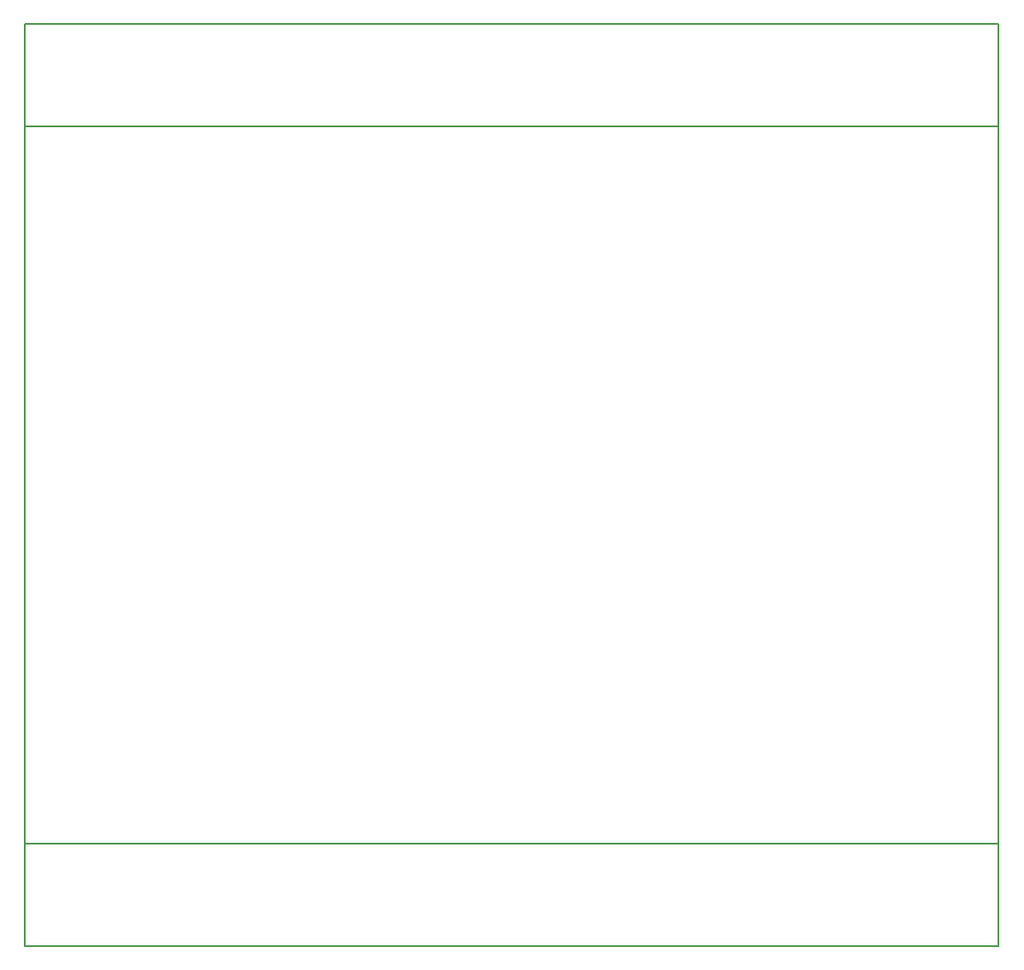
<source format=gm1>
G04 #@! TF.GenerationSoftware,KiCad,Pcbnew,(5.1.5)-3*
G04 #@! TF.CreationDate,2020-05-04T16:27:50+09:00*
G04 #@! TF.ProjectId,bf-005,62662d30-3035-42e6-9b69-6361645f7063,V02L04*
G04 #@! TF.SameCoordinates,Original*
G04 #@! TF.FileFunction,Profile,NP*
%FSLAX46Y46*%
G04 Gerber Fmt 4.6, Leading zero omitted, Abs format (unit mm)*
G04 Created by KiCad (PCBNEW (5.1.5)-3) date 2020-05-04 16:27:50*
%MOMM*%
%LPD*%
G04 APERTURE LIST*
%ADD10C,0.150000*%
G04 APERTURE END LIST*
D10*
X88900000Y-142240000D02*
X88900000Y-50800000D01*
X88900000Y-50800000D02*
X185420000Y-50800000D01*
X185420000Y-50800000D02*
X185420000Y-142240000D01*
X185420000Y-142240000D02*
X88900000Y-142240000D01*
X88900000Y-132080000D02*
X185420000Y-132080000D01*
X88900000Y-60960000D02*
X185420000Y-60960000D01*
X185420000Y-60960000D02*
X157480000Y-60960000D01*
X157480000Y-60960000D02*
X185420000Y-60960000D01*
M02*

</source>
